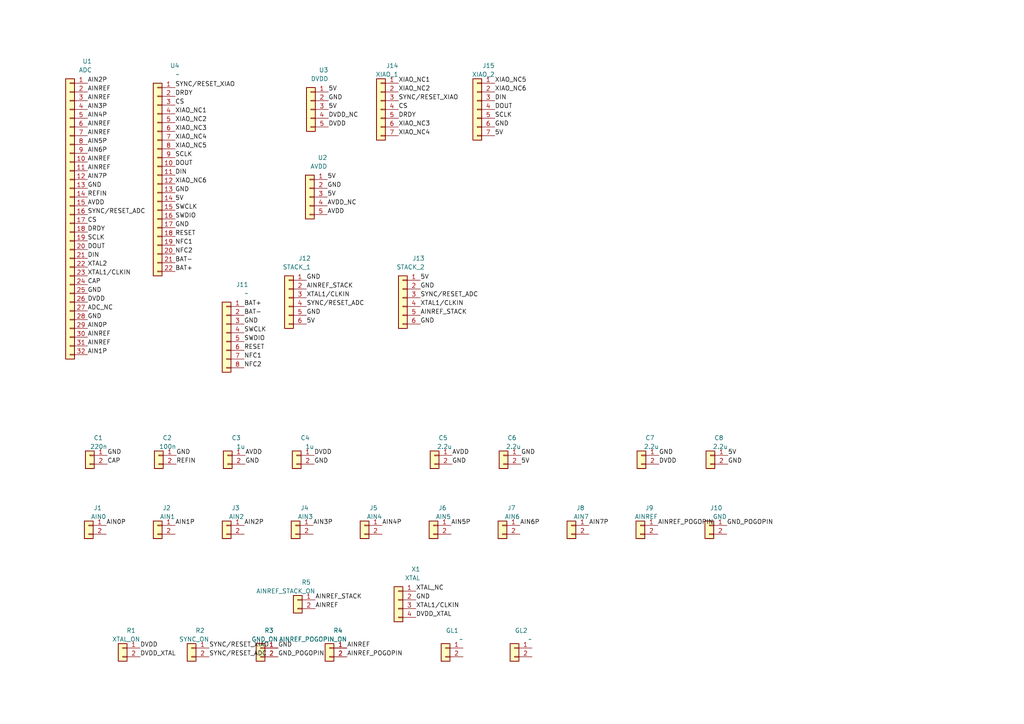
<source format=kicad_sch>
(kicad_sch (version 20250114) (generator "eeschema") (generator_version "9.0")
  (paper "A4")
  (lib_symbols
    (symbol "Connector_Generic:Conn_01x02" (pin_names (offset 1.016) (hide yes))
      (property "Reference" "J" (at 0 2.54 0))
      (property "Value" "Conn_01x02" (at 0 -5.08 0))
      (symbol "Conn_01x02_1_1"
        (rectangle (start -1.27 1.27) (end 1.27 -3.81) (stroke (width 0.254)) (fill (type background)))
        (rectangle (start -1.27 0.127) (end 0 -0.127) (stroke (width 0.1524)))
        (rectangle (start -1.27 -2.413) (end 0 -2.667) (stroke (width 0.1524)))
        (pin passive line (at -5.08 0 0) (length 3.81) (name "Pin_1") (number "1"))
        (pin passive line (at -5.08 -2.54 0) (length 3.81) (name "Pin_2") (number "2"))
      )
    )
    (symbol "Connector_Generic:Conn_01x04" (pin_names (offset 1.016) (hide yes))
      (property "Reference" "J" (at 0 5.08 0))
      (property "Value" "Conn_01x04" (at 0 -7.62 0))
      (symbol "Conn_01x04_1_1"
        (rectangle (start -1.27 3.81) (end 1.27 -6.35) (stroke (width 0.254)) (fill (type background)))
        (rectangle (start -1.27 2.667) (end 0 2.413) (stroke (width 0.1524)))
        (rectangle (start -1.27 0.127) (end 0 -0.127) (stroke (width 0.1524)))
        (rectangle (start -1.27 -2.413) (end 0 -2.667) (stroke (width 0.1524)))
        (rectangle (start -1.27 -4.953) (end 0 -5.207) (stroke (width 0.1524)))
        (pin passive line (at -5.08 2.54 0) (length 3.81) (name "Pin_1") (number "1"))
        (pin passive line (at -5.08 0 0) (length 3.81) (name "Pin_2") (number "2"))
        (pin passive line (at -5.08 -2.54 0) (length 3.81) (name "Pin_3") (number "3"))
        (pin passive line (at -5.08 -5.08 0) (length 3.81) (name "Pin_4") (number "4"))
      )
    )
    (symbol "Connector_Generic:Conn_01x05" (pin_names (offset 1.016) (hide yes))
      (property "Reference" "J" (at 0 7.62 0))
      (property "Value" "Conn_01x05" (at 0 -7.62 0))
      (symbol "Conn_01x05_1_1"
        (rectangle (start -1.27 6.35) (end 1.27 -6.35) (stroke (width 0.254)) (fill (type background)))
        (rectangle (start -1.27 5.207) (end 0 4.953) (stroke (width 0.1524)))
        (rectangle (start -1.27 2.667) (end 0 2.413) (stroke (width 0.1524)))
        (rectangle (start -1.27 0.127) (end 0 -0.127) (stroke (width 0.1524)))
        (rectangle (start -1.27 -2.413) (end 0 -2.667) (stroke (width 0.1524)))
        (rectangle (start -1.27 -4.953) (end 0 -5.207) (stroke (width 0.1524)))
        (pin passive line (at -5.08 5.08 0) (length 3.81) (name "Pin_1") (number "1"))
        (pin passive line (at -5.08 2.54 0) (length 3.81) (name "Pin_2") (number "2"))
        (pin passive line (at -5.08 0 0) (length 3.81) (name "Pin_3") (number "3"))
        (pin passive line (at -5.08 -2.54 0) (length 3.81) (name "Pin_4") (number "4"))
        (pin passive line (at -5.08 -5.08 0) (length 3.81) (name "Pin_5") (number "5"))
      )
    )
    (symbol "Connector_Generic:Conn_01x06" (pin_names (offset 1.016) (hide yes))
      (property "Reference" "J" (at 0 7.62 0))
      (property "Value" "Conn_01x06" (at 0 -10.16 0))
      (symbol "Conn_01x06_1_1"
        (rectangle (start -1.27 6.35) (end 1.27 -8.89) (stroke (width 0.254)) (fill (type background)))
        (rectangle (start -1.27 5.207) (end 0 4.953) (stroke (width 0.1524)))
        (rectangle (start -1.27 2.667) (end 0 2.413) (stroke (width 0.1524)))
        (rectangle (start -1.27 0.127) (end 0 -0.127) (stroke (width 0.1524)))
        (rectangle (start -1.27 -2.413) (end 0 -2.667) (stroke (width 0.1524)))
        (rectangle (start -1.27 -4.953) (end 0 -5.207) (stroke (width 0.1524)))
        (rectangle (start -1.27 -7.493) (end 0 -7.747) (stroke (width 0.1524)))
        (pin passive line (at -5.08 5.08 0) (length 3.81) (name "Pin_1") (number "1"))
        (pin passive line (at -5.08 2.54 0) (length 3.81) (name "Pin_2") (number "2"))
        (pin passive line (at -5.08 0 0) (length 3.81) (name "Pin_3") (number "3"))
        (pin passive line (at -5.08 -2.54 0) (length 3.81) (name "Pin_4") (number "4"))
        (pin passive line (at -5.08 -5.08 0) (length 3.81) (name "Pin_5") (number "5"))
        (pin passive line (at -5.08 -7.62 0) (length 3.81) (name "Pin_6") (number "6"))
      )
    )
    (symbol "Connector_Generic:Conn_01x07" (pin_names (offset 1.016) (hide yes))
      (property "Reference" "J" (at 0 10.16 0))
      (property "Value" "Conn_01x07" (at 0 -10.16 0))
      (symbol "Conn_01x07_1_1"
        (rectangle (start -1.27 8.89) (end 1.27 -8.89) (stroke (width 0.254)) (fill (type background)))
        (rectangle (start -1.27 7.747) (end 0 7.493) (stroke (width 0.1524)))
        (rectangle (start -1.27 5.207) (end 0 4.953) (stroke (width 0.1524)))
        (rectangle (start -1.27 2.667) (end 0 2.413) (stroke (width 0.1524)))
        (rectangle (start -1.27 0.127) (end 0 -0.127) (stroke (width 0.1524)))
        (rectangle (start -1.27 -2.413) (end 0 -2.667) (stroke (width 0.1524)))
        (rectangle (start -1.27 -4.953) (end 0 -5.207) (stroke (width 0.1524)))
        (rectangle (start -1.27 -7.493) (end 0 -7.747) (stroke (width 0.1524)))
        (pin passive line (at -5.08 7.62 0) (length 3.81) (name "Pin_1") (number "1"))
        (pin passive line (at -5.08 5.08 0) (length 3.81) (name "Pin_2") (number "2"))
        (pin passive line (at -5.08 2.54 0) (length 3.81) (name "Pin_3") (number "3"))
        (pin passive line (at -5.08 0 0) (length 3.81) (name "Pin_4") (number "4"))
        (pin passive line (at -5.08 -2.54 0) (length 3.81) (name "Pin_5") (number "5"))
        (pin passive line (at -5.08 -5.08 0) (length 3.81) (name "Pin_6") (number "6"))
        (pin passive line (at -5.08 -7.62 0) (length 3.81) (name "Pin_7") (number "7"))
      )
    )
    (symbol "Connector_Generic:Conn_01x08" (pin_names (offset 1.016) (hide yes))
      (property "Reference" "J" (at 0 10.16 0))
      (property "Value" "Conn_01x08" (at 0 -12.7 0))
      (symbol "Conn_01x08_1_1"
        (rectangle (start -1.27 8.89) (end 1.27 -11.43) (stroke (width 0.254)) (fill (type background)))
        (rectangle (start -1.27 7.747) (end 0 7.493) (stroke (width 0.1524)))
        (rectangle (start -1.27 5.207) (end 0 4.953) (stroke (width 0.1524)))
        (rectangle (start -1.27 2.667) (end 0 2.413) (stroke (width 0.1524)))
        (rectangle (start -1.27 0.127) (end 0 -0.127) (stroke (width 0.1524)))
        (rectangle (start -1.27 -2.413) (end 0 -2.667) (stroke (width 0.1524)))
        (rectangle (start -1.27 -4.953) (end 0 -5.207) (stroke (width 0.1524)))
        (rectangle (start -1.27 -7.493) (end 0 -7.747) (stroke (width 0.1524)))
        (rectangle (start -1.27 -10.033) (end 0 -10.287) (stroke (width 0.1524)))
        (pin passive line (at -5.08 7.62 0) (length 3.81) (name "Pin_1") (number "1"))
        (pin passive line (at -5.08 5.08 0) (length 3.81) (name "Pin_2") (number "2"))
        (pin passive line (at -5.08 2.54 0) (length 3.81) (name "Pin_3") (number "3"))
        (pin passive line (at -5.08 0 0) (length 3.81) (name "Pin_4") (number "4"))
        (pin passive line (at -5.08 -2.54 0) (length 3.81) (name "Pin_5") (number "5"))
        (pin passive line (at -5.08 -5.08 0) (length 3.81) (name "Pin_6") (number "6"))
        (pin passive line (at -5.08 -7.62 0) (length 3.81) (name "Pin_7") (number "7"))
        (pin passive line (at -5.08 -10.16 0) (length 3.81) (name "Pin_8") (number "8"))
      )
    )
    (symbol "Connector_Generic:Conn_01x22" (pin_names (offset 1.016) (hide yes))
      (property "Reference" "J" (at 0 27.94 0))
      (property "Value" "Conn_01x22" (at 0 -30.48 0))
      (symbol "Conn_01x22_1_1"
        (rectangle (start -1.27 26.67) (end 1.27 -29.21) (stroke (width 0.254)) (fill (type background)))
        (rectangle (start -1.27 25.527) (end 0 25.273) (stroke (width 0.1524)))
        (rectangle (start -1.27 22.987) (end 0 22.733) (stroke (width 0.1524)))
        (rectangle (start -1.27 20.447) (end 0 20.193) (stroke (width 0.1524)))
        (rectangle (start -1.27 17.907) (end 0 17.653) (stroke (width 0.1524)))
        (rectangle (start -1.27 15.367) (end 0 15.113) (stroke (width 0.1524)))
        (rectangle (start -1.27 12.827) (end 0 12.573) (stroke (width 0.1524)))
        (rectangle (start -1.27 10.287) (end 0 10.033) (stroke (width 0.1524)))
        (rectangle (start -1.27 7.747) (end 0 7.493) (stroke (width 0.1524)))
        (rectangle (start -1.27 5.207) (end 0 4.953) (stroke (width 0.1524)))
        (rectangle (start -1.27 2.667) (end 0 2.413) (stroke (width 0.1524)))
        (rectangle (start -1.27 0.127) (end 0 -0.127) (stroke (width 0.1524)))
        (rectangle (start -1.27 -2.413) (end 0 -2.667) (stroke (width 0.1524)))
        (rectangle (start -1.27 -4.953) (end 0 -5.207) (stroke (width 0.1524)))
        (rectangle (start -1.27 -7.493) (end 0 -7.747) (stroke (width 0.1524)))
        (rectangle (start -1.27 -10.033) (end 0 -10.287) (stroke (width 0.1524)))
        (rectangle (start -1.27 -12.573) (end 0 -12.827) (stroke (width 0.1524)))
        (rectangle (start -1.27 -15.113) (end 0 -15.367) (stroke (width 0.1524)))
        (rectangle (start -1.27 -17.653) (end 0 -17.907) (stroke (width 0.1524)))
        (rectangle (start -1.27 -20.193) (end 0 -20.447) (stroke (width 0.1524)))
        (rectangle (start -1.27 -22.733) (end 0 -22.987) (stroke (width 0.1524)))
        (rectangle (start -1.27 -25.273) (end 0 -25.527) (stroke (width 0.1524)))
        (rectangle (start -1.27 -27.813) (end 0 -28.067) (stroke (width 0.1524)))
        (pin passive line (at -5.08 25.4 0) (length 3.81) (name "Pin_1") (number "1"))
        (pin passive line (at -5.08 22.86 0) (length 3.81) (name "Pin_2") (number "2"))
        (pin passive line (at -5.08 20.32 0) (length 3.81) (name "Pin_3") (number "3"))
        (pin passive line (at -5.08 17.78 0) (length 3.81) (name "Pin_4") (number "4"))
        (pin passive line (at -5.08 15.24 0) (length 3.81) (name "Pin_5") (number "5"))
        (pin passive line (at -5.08 12.7 0) (length 3.81) (name "Pin_6") (number "6"))
        (pin passive line (at -5.08 10.16 0) (length 3.81) (name "Pin_7") (number "7"))
        (pin passive line (at -5.08 7.62 0) (length 3.81) (name "Pin_8") (number "8"))
        (pin passive line (at -5.08 5.08 0) (length 3.81) (name "Pin_9") (number "9"))
        (pin passive line (at -5.08 2.54 0) (length 3.81) (name "Pin_10") (number "10"))
        (pin passive line (at -5.08 0 0) (length 3.81) (name "Pin_11") (number "11"))
        (pin passive line (at -5.08 -2.54 0) (length 3.81) (name "Pin_12") (number "12"))
        (pin passive line (at -5.08 -5.08 0) (length 3.81) (name "Pin_13") (number "13"))
        (pin passive line (at -5.08 -7.62 0) (length 3.81) (name "Pin_14") (number "14"))
        (pin passive line (at -5.08 -10.16 0) (length 3.81) (name "Pin_15") (number "15"))
        (pin passive line (at -5.08 -12.7 0) (length 3.81) (name "Pin_16") (number "16"))
        (pin passive line (at -5.08 -15.24 0) (length 3.81) (name "Pin_17") (number "17"))
        (pin passive line (at -5.08 -17.78 0) (length 3.81) (name "Pin_18") (number "18"))
        (pin passive line (at -5.08 -20.32 0) (length 3.81) (name "Pin_19") (number "19"))
        (pin passive line (at -5.08 -22.86 0) (length 3.81) (name "Pin_20") (number "20"))
        (pin passive line (at -5.08 -25.4 0) (length 3.81) (name "Pin_21") (number "21"))
        (pin passive line (at -5.08 -27.94 0) (length 3.81) (name "Pin_22") (number "22"))
      )
    )
    (symbol "Connector_Generic:Conn_01x32" (pin_names (offset 1.016) (hide yes))
      (property "Reference" "J" (at 0 40.64 0))
      (property "Value" "Conn_01x32" (at 0 -43.18 0))
      (symbol "Conn_01x32_1_1"
        (rectangle (start -1.27 39.37) (end 1.27 -41.91) (stroke (width 0.254)) (fill (type background)))
        (rectangle (start -1.27 38.227) (end 0 37.973) (stroke (width 0.1524)))
        (rectangle (start -1.27 35.687) (end 0 35.433) (stroke (width 0.1524)))
        (rectangle (start -1.27 33.147) (end 0 32.893) (stroke (width 0.1524)))
        (rectangle (start -1.27 30.607) (end 0 30.353) (stroke (width 0.1524)))
        (rectangle (start -1.27 28.067) (end 0 27.813) (stroke (width 0.1524)))
        (rectangle (start -1.27 25.527) (end 0 25.273) (stroke (width 0.1524)))
        (rectangle (start -1.27 22.987) (end 0 22.733) (stroke (width 0.1524)))
        (rectangle (start -1.27 20.447) (end 0 20.193) (stroke (width 0.1524)))
        (rectangle (start -1.27 17.907) (end 0 17.653) (stroke (width 0.1524)))
        (rectangle (start -1.27 15.367) (end 0 15.113) (stroke (width 0.1524)))
        (rectangle (start -1.27 12.827) (end 0 12.573) (stroke (width 0.1524)))
        (rectangle (start -1.27 10.287) (end 0 10.033) (stroke (width 0.1524)))
        (rectangle (start -1.27 7.747) (end 0 7.493) (stroke (width 0.1524)))
        (rectangle (start -1.27 5.207) (end 0 4.953) (stroke (width 0.1524)))
        (rectangle (start -1.27 2.667) (end 0 2.413) (stroke (width 0.1524)))
        (rectangle (start -1.27 0.127) (end 0 -0.127) (stroke (width 0.1524)))
        (rectangle (start -1.27 -2.413) (end 0 -2.667) (stroke (width 0.1524)))
        (rectangle (start -1.27 -4.953) (end 0 -5.207) (stroke (width 0.1524)))
        (rectangle (start -1.27 -7.493) (end 0 -7.747) (stroke (width 0.1524)))
        (rectangle (start -1.27 -10.033) (end 0 -10.287) (stroke (width 0.1524)))
        (rectangle (start -1.27 -12.573) (end 0 -12.827) (stroke (width 0.1524)))
        (rectangle (start -1.27 -15.113) (end 0 -15.367) (stroke (width 0.1524)))
        (rectangle (start -1.27 -17.653) (end 0 -17.907) (stroke (width 0.1524)))
        (rectangle (start -1.27 -20.193) (end 0 -20.447) (stroke (width 0.1524)))
        (rectangle (start -1.27 -22.733) (end 0 -22.987) (stroke (width 0.1524)))
        (rectangle (start -1.27 -25.273) (end 0 -25.527) (stroke (width 0.1524)))
        (rectangle (start -1.27 -27.813) (end 0 -28.067) (stroke (width 0.1524)))
        (rectangle (start -1.27 -30.353) (end 0 -30.607) (stroke (width 0.1524)))
        (rectangle (start -1.27 -32.893) (end 0 -33.147) (stroke (width 0.1524)))
        (rectangle (start -1.27 -35.433) (end 0 -35.687) (stroke (width 0.1524)))
        (rectangle (start -1.27 -37.973) (end 0 -38.227) (stroke (width 0.1524)))
        (rectangle (start -1.27 -40.513) (end 0 -40.767) (stroke (width 0.1524)))
        (pin passive line (at -5.08 38.1 0) (length 3.81) (name "Pin_1") (number "1"))
        (pin passive line (at -5.08 35.56 0) (length 3.81) (name "Pin_2") (number "2"))
        (pin passive line (at -5.08 33.02 0) (length 3.81) (name "Pin_3") (number "3"))
        (pin passive line (at -5.08 30.48 0) (length 3.81) (name "Pin_4") (number "4"))
        (pin passive line (at -5.08 27.94 0) (length 3.81) (name "Pin_5") (number "5"))
        (pin passive line (at -5.08 25.4 0) (length 3.81) (name "Pin_6") (number "6"))
        (pin passive line (at -5.08 22.86 0) (length 3.81) (name "Pin_7") (number "7"))
        (pin passive line (at -5.08 20.32 0) (length 3.81) (name "Pin_8") (number "8"))
        (pin passive line (at -5.08 17.78 0) (length 3.81) (name "Pin_9") (number "9"))
        (pin passive line (at -5.08 15.24 0) (length 3.81) (name "Pin_10") (number "10"))
        (pin passive line (at -5.08 12.7 0) (length 3.81) (name "Pin_11") (number "11"))
        (pin passive line (at -5.08 10.16 0) (length 3.81) (name "Pin_12") (number "12"))
        (pin passive line (at -5.08 7.62 0) (length 3.81) (name "Pin_13") (number "13"))
        (pin passive line (at -5.08 5.08 0) (length 3.81) (name "Pin_14") (number "14"))
        (pin passive line (at -5.08 2.54 0) (length 3.81) (name "Pin_15") (number "15"))
        (pin passive line (at -5.08 0 0) (length 3.81) (name "Pin_16") (number "16"))
        (pin passive line (at -5.08 -2.54 0) (length 3.81) (name "Pin_17") (number "17"))
        (pin passive line (at -5.08 -5.08 0) (length 3.81) (name "Pin_18") (number "18"))
        (pin passive line (at -5.08 -7.62 0) (length 3.81) (name "Pin_19") (number "19"))
        (pin passive line (at -5.08 -10.16 0) (length 3.81) (name "Pin_20") (number "20"))
        (pin passive line (at -5.08 -12.7 0) (length 3.81) (name "Pin_21") (number "21"))
        (pin passive line (at -5.08 -15.24 0) (length 3.81) (name "Pin_22") (number "22"))
        (pin passive line (at -5.08 -17.78 0) (length 3.81) (name "Pin_23") (number "23"))
        (pin passive line (at -5.08 -20.32 0) (length 3.81) (name "Pin_24") (number "24"))
        (pin passive line (at -5.08 -22.86 0) (length 3.81) (name "Pin_25") (number "25"))
        (pin passive line (at -5.08 -25.4 0) (length 3.81) (name "Pin_26") (number "26"))
        (pin passive line (at -5.08 -27.94 0) (length 3.81) (name "Pin_27") (number "27"))
        (pin passive line (at -5.08 -30.48 0) (length 3.81) (name "Pin_28") (number "28"))
        (pin passive line (at -5.08 -33.02 0) (length 3.81) (name "Pin_29") (number "29"))
        (pin passive line (at -5.08 -35.56 0) (length 3.81) (name "Pin_30") (number "30"))
        (pin passive line (at -5.08 -38.1 0) (length 3.81) (name "Pin_31") (number "31"))
        (pin passive line (at -5.08 -40.64 0) (length 3.81) (name "Pin_32") (number "32"))
      )
    )
  )
  (label "AIN3P" (at 25.4 31.75 0))
  (label "CS" (at 50.8 30.48 0))
  (label "SYNC/RESET_ADC" (at 60.65 190.5 0))
  (label "AIN2P" (at 25.4 24.13 0))
  (label "AIN1P" (at 25.4 102.87 0))
  (label "AIN2P" (at 70.82 152.4 0))
  (label "GND" (at 121.92 83.82 0))
  (label "GND" (at 95.25 29.21 0))
  (label "AINREF" (at 25.4 36.83 0))
  (label "DIN" (at 25.4 74.93 0))
  (label "GND_POGOPIN" (at 80.65 190.5 0))
  (label "XIAO_NC1" (at 50.8 33.02 0))
  (label "DVDD" (at 40.65 187.96 0))
  (label "DVDD" (at 191.13 134.62 0))
  (label "DIN" (at 143.51 29.21 0))
  (label "SWCLK" (at 50.8 60.96 0))
  (label "5V" (at 211.13 132.08 0))
  (label "REFIN" (at 25.4 57.15 0))
  (label "BAT+" (at 50.8 78.74 0))
  (label "AINREF" (at 100.65 187.96 0))
  (label "SCLK" (at 143.51 34.29 0))
  (label "XIAO_NC3" (at 50.8 38.1 0))
  (label "SYNC/RESET_XIAO" (at 115.57 29.21 0))
  (label "GND" (at 51.13 132.08 0))
  (label "AIN0P" (at 30.82 152.4 0))
  (label "GND" (at 121.92 93.98 0))
  (label "GND" (at 143.51 36.83 0))
  (label "XIAO_NC6" (at 50.8 53.34 0))
  (label "GND" (at 80.65 187.96 0))
  (label "AINREF" (at 25.4 39.37 0))
  (label "GND" (at 88.9 91.44 0))
  (label "XTAL1/CLKIN" (at 25.4 80.01 0))
  (label "AIN3P" (at 90.82 152.4 0))
  (label "GND_POGOPIN" (at 210.82 152.4 0))
  (label "AIN5P" (at 130.82 152.4 0))
  (label "GND" (at 25.4 92.71 0))
  (label "RESET" (at 50.8 68.58 0))
  (label "AVDD" (at 94.94 62.23 0))
  (label "XTAL1/CLKIN" (at 88.9 86.36 0))
  (label "AIN5P" (at 25.4 41.91 0))
  (label "GND" (at 131.13 134.62 0))
  (label "XTAL2" (at 25.4 77.47 0))
  (label "AIN4P" (at 25.4 34.29 0))
  (label "AINREF" (at 25.4 49.53 0))
  (label "DRDY" (at 25.4 67.31 0))
  (label "XIAO_NC3" (at 115.57 36.83 0))
  (label "CAP" (at 31.13 134.62 0))
  (label "BAT-" (at 50.8 76.2 0))
  (label "DVDD" (at 25.4 87.63 0))
  (label "AIN7P" (at 170.82 152.4 0))
  (label "BAT-" (at 70.8 91.44 0))
  (label "AINREF" (at 25.4 97.79 0))
  (label "XTAL_NC" (at 120.65 171.45 0))
  (label "AVDD_NC" (at 94.94 59.69 0))
  (label "AINREF_STACK" (at 121.92 91.44 0))
  (label "GND" (at 70.8 93.98 0))
  (label "5V" (at 94.94 52.07 0))
  (label "CS" (at 115.57 31.75 0))
  (label "AVDD" (at 25.4 59.69 0))
  (label "5V" (at 95.25 26.67 0))
  (label "DVDD" (at 91.13 132.08 0))
  (label "GND" (at 94.94 54.61 0))
  (label "AINREF_STACK" (at 88.9 83.82 0))
  (label "AINREF" (at 25.4 29.21 0))
  (label "SCLK" (at 50.8 45.72 0))
  (label "AIN6P" (at 25.4 44.45 0))
  (label "GND" (at 91.13 134.62 0))
  (label "SYNC/RESET_ADC" (at 88.9 88.9 0))
  (label "GND" (at 191.13 132.08 0))
  (label "DOUT" (at 143.51 31.75 0))
  (label "5V" (at 50.8 58.42 0))
  (label "DRDY" (at 115.57 34.29 0))
  (label "SYNC/RESET_ADC" (at 121.92 86.36 0))
  (label "GND" (at 71.13 134.62 0))
  (label "5V" (at 151.13 134.62 0))
  (label "GND" (at 25.4 54.61 0))
  (label "5V" (at 94.94 57.15 0))
  (label "NFC2" (at 50.8 73.66 0))
  (label "GND" (at 120.65 173.99 0))
  (label "AIN6P" (at 150.82 152.4 0))
  (label "SWDIO" (at 50.8 63.5 0))
  (label "XIAO_NC6" (at 143.51 26.67 0))
  (label "DVDD" (at 95.25 36.83 0))
  (label "DVDD_XTAL" (at 40.65 190.5 0))
  (label "SYNC/RESET_ADC" (at 25.4 62.23 0))
  (label "NFC1" (at 50.8 71.12 0))
  (label "RESET" (at 70.8 101.6 0))
  (label "ADC_NC" (at 25.4 90.17 0))
  (label "GND" (at 25.4 85.09 0))
  (label "SWDIO" (at 70.8 99.06 0))
  (label "AVDD" (at 71.13 132.08 0))
  (label "BAT+" (at 70.8 88.9 0))
  (label "SWCLK" (at 70.8 96.52 0))
  (label "AINREF" (at 25.4 46.99 0))
  (label "5V" (at 143.51 39.37 0))
  (label "AINREF_POGOPIN" (at 100.65 190.5 0))
  (label "DOUT" (at 25.4 72.39 0))
  (label "XTAL1/CLKIN" (at 121.92 88.9 0))
  (label "GND" (at 211.13 134.62 0))
  (label "XIAO_NC4" (at 115.57 39.37 0))
  (label "DRDY" (at 50.8 27.94 0))
  (label "AINREF_POGOPIN" (at 190.82 152.4 0))
  (label "AINREF" (at 25.4 26.67 0))
  (label "SYNC/RESET_XIAO" (at 60.65 187.96 0))
  (label "CAP" (at 25.4 82.55 0))
  (label "GND" (at 88.9 81.28 0))
  (label "AIN7P" (at 25.4 52.07 0))
  (label "NFC2" (at 70.8 106.68 0))
  (label "GND" (at 50.8 66.04 0))
  (label "REFIN" (at 51.13 134.62 0))
  (label "AINREF" (at 25.4 100.33 0))
  (label "DIN" (at 50.8 50.8 0))
  (label "AIN4P" (at 110.82 152.4 0))
  (label "NFC1" (at 70.8 104.14 0))
  (label "AINREF" (at 91.44 176.53 0))
  (label "AINREF_STACK" (at 91.44 173.99 0))
  (label "XIAO_NC2" (at 115.57 26.67 0))
  (label "XIAO_NC4" (at 50.8 40.64 0))
  (label "CS" (at 25.4 64.77 0))
  (label "AIN0P" (at 25.4 95.25 0))
  (label "XIAO_NC5" (at 50.8 43.18 0))
  (label "5V" (at 88.9 93.98 0))
  (label "GND" (at 151.13 132.08 0))
  (label "SYNC/RESET_XIAO" (at 50.8 25.4 0))
  (label "GND" (at 50.8 55.88 0))
  (label "XIAO_NC5" (at 143.51 24.13 0))
  (label "5V" (at 95.25 31.75 0))
  (label "5V" (at 121.92 81.28 0))
  (label "XIAO_NC2" (at 50.8 35.56 0))
  (label "XTAL1/CLKIN" (at 120.65 176.53 0))
  (label "AIN1P" (at 50.82 152.4 0))
  (label "DVDD_NC" (at 95.25 34.29 0))
  (label "AVDD" (at 131.13 132.08 0))
  (label "XIAO_NC1" (at 115.57 24.13 0))
  (label "DVDD_XTAL" (at 120.65 179.07 0))
  (label "SCLK" (at 25.4 69.85 0))
  (label "GND" (at 31.13 132.08 0))
  (label "DOUT" (at 50.8 48.26 0))
  (symbol (lib_id "Connector_Generic:Conn_01x02") (at 185.74 152.4 0) (mirror y) (unit 1)
    (property "Reference" "J9" (at 189.55 147.32 0) (effects (justify left)))
    (property "Value" "AINREF" (at 190.82 149.86 0) (effects (justify left)))
    (property "Footprint" "freeeeg8-alpha:pogo_pin_d5x10mm_smd" (effects (hide yes)))
    (property "MPN" "pogo-pin-d5x10mm-smd" (effects (hide yes)))
  )
  (symbol (lib_id "Connector_Generic:Conn_01x02") (at 55.57 187.96 0) (mirror y) (unit 1)
    (property "Reference" "R2" (at 59.38 182.88 0) (effects (justify left)))
    (property "Value" "SYNC_ON" (at 60.65 185.42 0) (effects (justify left)))
    (property "Footprint" "Resistor_SMD:R_0402_1005Metric" (effects (hide yes)))
    (property "MPN" "RC0402JR-070RL" (effects (hide yes)))
  )
  (symbol (lib_id "Connector_Generic:Conn_01x02") (at 85.74 152.4 0) (mirror y) (unit 1)
    (property "Reference" "J4" (at 89.55 147.32 0) (effects (justify left)))
    (property "Value" "AIN3" (at 90.82 149.86 0) (effects (justify left)))
    (property "Footprint" "freeeeg8-alpha:pogo_pin_d5x10mm_smd" (effects (hide yes)))
    (property "MPN" "pogo-pin-d5x10mm-smd" (effects (hide yes)))
  )
  (symbol (lib_id "Connector_Generic:Conn_01x32") (at 20.32 62.23 0) (mirror y) (unit 1)
    (property "Reference" "U1" (at 26.67 17.78 0) (effects (justify left)))
    (property "Value" "ADC" (at 26.67 20.32 0) (effects (justify left)))
    (property "Footprint" "Package_QFP:LQFP-32_5x5mm_P0.5mm" (effects (hide yes)))
    (property "MPN" "ADS131M08IPBSR" (effects (hide yes)))
  )
  (symbol (lib_id "Connector_Generic:Conn_01x02") (at 105.74 152.4 0) (mirror y) (unit 1)
    (property "Reference" "J5" (at 109.55 147.32 0) (effects (justify left)))
    (property "Value" "AIN4" (at 110.82 149.86 0) (effects (justify left)))
    (property "Footprint" "freeeeg8-alpha:pogo_pin_d5x10mm_smd" (effects (hide yes)))
    (property "MPN" "pogo-pin-d5x10mm-smd" (effects (hide yes)))
  )
  (symbol (lib_id "Connector_Generic:Conn_01x02") (at 125.74 152.4 0) (mirror y) (unit 1)
    (property "Reference" "J6" (at 129.55 147.32 0) (effects (justify left)))
    (property "Value" "AIN5" (at 130.82 149.86 0) (effects (justify left)))
    (property "Footprint" "freeeeg8-alpha:pogo_pin_d5x10mm_smd" (effects (hide yes)))
    (property "MPN" "pogo-pin-d5x10mm-smd" (effects (hide yes)))
  )
  (symbol (lib_id "Connector_Generic:Conn_01x06") (at 116.84 86.36 0) (mirror y) (unit 1)
    (property "Reference" "J13" (at 123.19 74.93 0) (effects (justify left)))
    (property "Value" "STACK_2" (at 123.19 77.47 0) (effects (justify left)))
    (property "Footprint" "freeeeg8-alpha:Molex_PicoBlade_53398-0671_1x06-1MP_P1.25mm_Vertical_DNP" (effects (hide yes)))
    (property "MPN" "53398-0671" (effects (hide yes)))
  )
  (symbol (lib_id "Connector_Generic:Conn_01x02") (at 146.05 132.08 0) (mirror y) (unit 1)
    (property "Reference" "C6" (at 149.86 127 0) (effects (justify left)))
    (property "Value" "2.2u" (at 151.13 129.54 0) (effects (justify left)))
    (property "Footprint" "Capacitor_SMD:C_0603_1608Metric" (effects (hide yes)))
    (property "MPN" "GRM188R71A225KE15D" (effects (hide yes)))
  )
  (symbol (lib_id "Connector_Generic:Conn_01x02") (at 186.05 132.08 0) (mirror y) (unit 1)
    (property "Reference" "C7" (at 189.86 127 0) (effects (justify left)))
    (property "Value" "2.2u" (at 191.13 129.54 0) (effects (justify left)))
    (property "Footprint" "Capacitor_SMD:C_0603_1608Metric" (effects (hide yes)))
    (property "MPN" "GRM188R71A225KE15D" (effects (hide yes)))
  )
  (symbol (lib_id "Connector_Generic:Conn_01x02") (at 26.05 132.08 0) (mirror y) (unit 1)
    (property "Reference" "C1" (at 29.86 127 0) (effects (justify left)))
    (property "Value" "220n" (at 31.13 129.54 0) (effects (justify left)))
    (property "Footprint" "Capacitor_SMD:C_0402_1005Metric" (effects (hide yes)))
    (property "MPN" "CC0402KRX5R5BB224" (effects (hide yes)))
  )
  (symbol (lib_id "Connector_Generic:Conn_01x02") (at 75.57 187.96 0) (mirror y) (unit 1)
    (property "Reference" "R3" (at 79.38 182.88 0) (effects (justify left)))
    (property "Value" "GND_ON" (at 80.65 185.42 0) (effects (justify left)))
    (property "Footprint" "Resistor_SMD:R_0402_1005Metric" (effects (hide yes)))
    (property "MPN" "RC0402JR-070RL" (effects (hide yes)))
  )
  (symbol (lib_id "Connector_Generic:Conn_01x02") (at 126.05 132.08 0) (mirror y) (unit 1)
    (property "Reference" "C5" (at 129.86 127 0) (effects (justify left)))
    (property "Value" "2.2u" (at 131.13 129.54 0) (effects (justify left)))
    (property "Footprint" "Capacitor_SMD:C_0603_1608Metric" (effects (hide yes)))
    (property "MPN" "GRM188R71A225KE15D" (effects (hide yes)))
  )
  (symbol (lib_id "Connector_Generic:Conn_01x02") (at 46.05 132.08 0) (mirror y) (unit 1)
    (property "Reference" "C2" (at 49.86 127 0) (effects (justify left)))
    (property "Value" "100n" (at 51.13 129.54 0) (effects (justify left)))
    (property "Footprint" "Capacitor_SMD:C_0402_1005Metric" (effects (hide yes)))
    (property "MPN" "CL05B104KO5NNNC" (effects (hide yes)))
  )
  (symbol (lib_id "Connector_Generic:Conn_01x06") (at 83.82 86.36 0) (mirror y) (unit 1)
    (property "Reference" "J12" (at 90.17 74.93 0) (effects (justify left)))
    (property "Value" "STACK_1" (at 90.17 77.47 0) (effects (justify left)))
    (property "Footprint" "freeeeg8-alpha:Molex_PicoBlade_53398-0671_1x06-1MP_P1.25mm_Vertical_DNP" (effects (hide yes)))
    (property "MPN" "53398-0671" (effects (hide yes)))
  )
  (symbol (lib_id "Connector_Generic:Conn_01x02") (at 165.74 152.4 0) (mirror y) (unit 1)
    (property "Reference" "J8" (at 169.55 147.32 0) (effects (justify left)))
    (property "Value" "AIN7" (at 170.82 149.86 0) (effects (justify left)))
    (property "Footprint" "freeeeg8-alpha:pogo_pin_d5x10mm_smd" (effects (hide yes)))
    (property "MPN" "pogo-pin-d5x10mm-smd" (effects (hide yes)))
  )
  (symbol (lib_id "Connector_Generic:Conn_01x08") (at 65.72 96.52 0) (mirror y) (unit 1)
    (property "Reference" "J11" (at 72.07 82.55 0) (effects (justify left)))
    (property "Value" "~" (at 72.07 85.09 0) (effects (justify left)))
    (property "Footprint" "freeeeg8-alpha:Molex_PicoBlade_53398-0871_1x08-1MP_P1.25mm_Vertical_DNP" (effects (hide yes)))
  )
  (symbol (lib_id "Connector_Generic:Conn_01x02") (at 25.74 152.4 0) (mirror y) (unit 1)
    (property "Reference" "J1" (at 29.55 147.32 0) (effects (justify left)))
    (property "Value" "AIN0" (at 30.82 149.86 0) (effects (justify left)))
    (property "Footprint" "freeeeg8-alpha:pogo_pin_d5x10mm_smd" (effects (hide yes)))
    (property "MPN" "pogo-pin-d5x10mm-smd" (effects (hide yes)))
  )
  (symbol (lib_id "Connector_Generic:Conn_01x02") (at 35.57 187.96 0) (mirror y) (unit 1)
    (property "Reference" "R1" (at 39.38 182.88 0) (effects (justify left)))
    (property "Value" "XTAL_ON" (at 40.65 185.42 0) (effects (justify left)))
    (property "Footprint" "Resistor_SMD:R_0402_1005Metric" (effects (hide yes)))
    (property "MPN" "RC0402JR-070RL" (effects (hide yes)))
  )
  (symbol (lib_id "Connector_Generic:Conn_01x02") (at 129.23 187.96 0) (mirror y) (unit 1)
    (property "Reference" "GL1" (at 133.04 182.88 0) (effects (justify left)))
    (property "Value" "~" (at 134.31 185.42 0) (effects (justify left)))
    (property "Footprint" "freeeeg8-alpha:FreeEEG8-alpha-title_5mm_SilkScreen" (effects (hide yes)))
  )
  (symbol (lib_id "Connector_Generic:Conn_01x02") (at 206.05 132.08 0) (mirror y) (unit 1)
    (property "Reference" "C8" (at 209.86 127 0) (effects (justify left)))
    (property "Value" "2.2u" (at 211.13 129.54 0) (effects (justify left)))
    (property "Footprint" "Capacitor_SMD:C_0603_1608Metric" (effects (hide yes)))
    (property "MPN" "GRM188R71A225KE15D" (effects (hide yes)))
  )
  (symbol (lib_id "Connector_Generic:Conn_01x02") (at 66.05 132.08 0) (mirror y) (unit 1)
    (property "Reference" "C3" (at 69.86 127 0) (effects (justify left)))
    (property "Value" "1u" (at 71.13 129.54 0) (effects (justify left)))
    (property "Footprint" "Capacitor_SMD:C_0402_1005Metric" (effects (hide yes)))
    (property "MPN" "CL05A105KO5NNNC" (effects (hide yes)))
  )
  (symbol (lib_id "Connector_Generic:Conn_01x02") (at 45.74 152.4 0) (mirror y) (unit 1)
    (property "Reference" "J2" (at 49.55 147.32 0) (effects (justify left)))
    (property "Value" "AIN1" (at 50.82 149.86 0) (effects (justify left)))
    (property "Footprint" "freeeeg8-alpha:pogo_pin_d5x10mm_smd" (effects (hide yes)))
    (property "MPN" "pogo-pin-d5x10mm-smd" (effects (hide yes)))
  )
  (symbol (lib_id "Connector_Generic:Conn_01x02") (at 145.74 152.4 0) (mirror y) (unit 1)
    (property "Reference" "J7" (at 149.55 147.32 0) (effects (justify left)))
    (property "Value" "AIN6" (at 150.82 149.86 0) (effects (justify left)))
    (property "Footprint" "freeeeg8-alpha:pogo_pin_d5x10mm_smd" (effects (hide yes)))
    (property "MPN" "pogo-pin-d5x10mm-smd" (effects (hide yes)))
  )
  (symbol (lib_id "Connector_Generic:Conn_01x02") (at 95.57 187.96 0) (mirror y) (unit 1)
    (property "Reference" "R4" (at 99.38 182.88 0) (effects (justify left)))
    (property "Value" "AINREF_POGOPIN_ON" (at 100.65 185.42 0) (effects (justify left)))
    (property "Footprint" "Resistor_SMD:R_0402_1005Metric" (effects (hide yes)))
    (property "MPN" "RC0402JR-070RL" (effects (hide yes)))
  )
  (symbol (lib_id "Connector_Generic:Conn_01x02") (at 65.74 152.4 0) (mirror y) (unit 1)
    (property "Reference" "J3" (at 69.55 147.32 0) (effects (justify left)))
    (property "Value" "AIN2" (at 70.82 149.86 0) (effects (justify left)))
    (property "Footprint" "freeeeg8-alpha:pogo_pin_d5x10mm_smd" (effects (hide yes)))
    (property "MPN" "pogo-pin-d5x10mm-smd" (effects (hide yes)))
  )
  (symbol (lib_id "Connector_Generic:Conn_01x02") (at 149.23 187.96 0) (mirror y) (unit 1)
    (property "Reference" "GL2" (at 153.04 182.88 0) (effects (justify left)))
    (property "Value" "~" (at 154.31 185.42 0) (effects (justify left)))
    (property "Footprint" "freeeeg8-alpha:NeuroIDSS-url_5mm_SilkScreen" (effects (hide yes)))
  )
  (symbol (lib_id "Connector_Generic:Conn_01x02") (at 205.74 152.4 0) (mirror y) (unit 1)
    (property "Reference" "J10" (at 209.55 147.32 0) (effects (justify left)))
    (property "Value" "GND" (at 210.82 149.86 0) (effects (justify left)))
    (property "Footprint" "freeeeg8-alpha:pogo_pin_d5x10mm_smd" (effects (hide yes)))
    (property "MPN" "pogo-pin-d5x10mm-smd" (effects (hide yes)))
  )
  (symbol (lib_id "Connector_Generic:Conn_01x05") (at 89.86 57.15 0) (mirror y) (unit 1)
    (property "Reference" "U2" (at 94.94 45.72 0) (effects (justify left)))
    (property "Value" "AVDD" (at 94.94 48.26 0) (effects (justify left)))
    (property "Footprint" "Package_TO_SOT_SMD:SOT-23-5" (effects (hide yes)))
    (property "MPN" "LP5907QMFX-3.3Q1" (effects (hide yes)))
  )
  (symbol (lib_id "Connector_Generic:Conn_01x22") (at 45.72 50.8 0) (mirror y) (unit 1)
    (property "Reference" "U4" (at 52.07 19.05 0) (effects (justify left)))
    (property "Value" "~" (at 52.07 21.59 0) (effects (justify left)))
    (property "Footprint" "freeeeg8-alpha:XIAO-nRF52840-Sense-14P-2.54-21X17.8MM" (effects (hide yes)))
  )
  (symbol (lib_id "Connector_Generic:Conn_01x02") (at 86.36 173.99 0) (mirror y) (unit 1)
    (property "Reference" "R5" (at 90.17 168.91 0) (effects (justify left)))
    (property "Value" "AINREF_STACK_ON" (at 91.44 171.45 0) (effects (justify left)))
    (property "Footprint" "Resistor_SMD:R_0402_1005Metric" (effects (hide yes)))
    (property "MPN" "DNP" (effects (hide yes)))
  )
  (symbol (lib_id "Connector_Generic:Conn_01x02") (at 86.05 132.08 0) (mirror y) (unit 1)
    (property "Reference" "C4" (at 89.86 127 0) (effects (justify left)))
    (property "Value" "1u" (at 91.13 129.54 0) (effects (justify left)))
    (property "Footprint" "Capacitor_SMD:C_0402_1005Metric" (effects (hide yes)))
    (property "MPN" "CL05A105KO5NNNC" (effects (hide yes)))
  )
  (symbol (lib_id "Connector_Generic:Conn_01x04") (at 115.57 173.99 0) (mirror y) (unit 1)
    (property "Reference" "X1" (at 121.92 165.1 0) (effects (justify left)))
    (property "Value" "XTAL" (at 121.92 167.64 0) (effects (justify left)))
    (property "Footprint" "freeeeg8-alpha:Oscillator_SMD_EuroQuartz_XO32-4Pin_3.2x2.5mm_HandSoldering" (effects (hide yes)))
    (property "MPN" "ECS-2520MVLC-081.92-CN-TR" (effects (hide yes)))
  )
  (symbol (lib_id "Connector_Generic:Conn_01x05") (at 90.17 31.75 0) (mirror y) (unit 1)
    (property "Reference" "U3" (at 95.25 20.32 0) (effects (justify left)))
    (property "Value" "DVDD" (at 95.25 22.86 0) (effects (justify left)))
    (property "Footprint" "Package_TO_SOT_SMD:SOT-23-5" (effects (hide yes)))
    (property "MPN" "LP5907QMFX-3.3Q1" (effects (hide yes)))
  )
  (symbol (lib_id "Connector_Generic:Conn_01x07") (at 110.49 31.75 0) (mirror y) (unit 1)
    (property "Reference" "J14" (at 115.57 19.05 0) (effects (justify left)))
    (property "Value" "XIAO_1" (at 115.57 21.59 0) (effects (justify left)))
    (property "Footprint" "Connector_PinHeader_2.54mm:PinHeader_1x07_P2.54mm_Vertical_SMD_Pin1Right" (effects (hide yes)))
    (property "Description" "Generic connector, single row, 01x07, script generated (kicad-library-utils/schlib/autogen/connector/)" (effects (hide yes)))
    (property "MPN" "TSM-107-01-L-SV" (effects (hide yes)))
  )
  (symbol (lib_id "Connector_Generic:Conn_01x07") (at 138.43 31.75 0) (mirror y) (unit 1)
    (property "Reference" "J15" (at 143.51 19.05 0) (effects (justify left)))
    (property "Value" "XIAO_2" (at 143.51 21.59 0) (effects (justify left)))
    (property "Footprint" "Connector_PinHeader_2.54mm:PinHeader_1x07_P2.54mm_Vertical_SMD_Pin1Right" (effects (hide yes)))
    (property "Description" "Generic connector, single row, 01x07, script generated (kicad-library-utils/schlib/autogen/connector/)" (effects (hide yes)))
    (property "MPN" "TSM-107-01-L-SV" (effects (hide yes)))
  )
)
</source>
